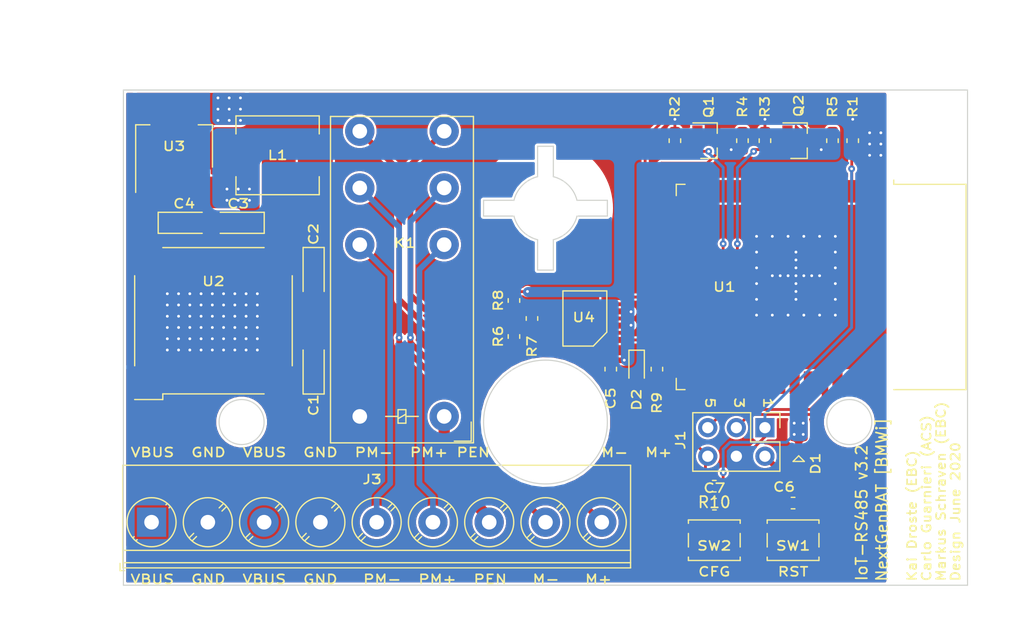
<source format=kicad_pcb>
(kicad_pcb (version 20171130) (host pcbnew "(5.1.5)-3")
  (title_block (title "IoT WA - RS485") (date 2020-04-20) (company "ACS/EBC - RWTH Aachen University"))
  (layers (0 F.Cu signal) (31 B.Cu signal) (34 B.Paste user) (35 F.Paste user) (36 B.SilkS user) (37 F.SilkS user) (38 B.Mask user) (39 F.Mask user) (44 Edge.Cuts user))
  (net 0 "")
  (net 1 +5V)
  (net 2 GND)
  (net 3 VBUS)
  (net 4 +3V3)
  (net 5 "Net-(U1-Pad5)")
  (net 6 "Net-(U1-Pad6)")
  (net 7 "Net-(U1-Pad7)")
  (net 8 "Net-(U1-Pad8)")
  (net 9 "Net-(U1-Pad9)")
  (net 10 "Net-(U1-Pad11)")
  (net 11 "Net-(U1-Pad12)")
  (net 12 "Net-(U1-Pad17)")
  (net 13 "Net-(U1-Pad18)")
  (net 14 "Net-(U1-Pad19)")
  (net 15 "Net-(U1-Pad21)")
  (net 16 "Net-(U1-Pad22)")
  (net 17 "Net-(U1-Pad26)")
  (net 18 "Net-(U1-Pad29)")
  (net 19 "Net-(U1-Pad30)")
  (net 20 "Net-(U1-Pad31)")
  (net 21 "Net-(U1-Pad20)")
  (net 22 "Net-(U1-Pad32)")
  (net 23 /ESP_IO0)
  (net 24 /ESP_RXD)
  (net 25 /ESP_TXD)
  (net 26 /ESP_EN)
  (net 27 /ESP_TDI)
  (net 28 /ESP_TDO)
  (net 29 /ESP_TCK)
  (net 30 /ESP_TMS)
  (net 31 /M+)
  (net 32 /M-)
  (net 33 /PLC_M+)
  (net 34 /ESP_M+)
  (net 35 /PLC_M-)
  (net 36 /ESP_M-)
  (net 37 "Net-(Q1-Pad3)")
  (net 38 "Net-(Q2-Pad3)")
  (net 39 "Net-(U1-Pad37)")
  (net 40 "Net-(U1-Pad36)")
  (net 41 "Net-(U1-Pad33)")
  (net 42 "Net-(U1-Pad10)")
  (net 43 "Net-(U1-Pad4)")
  (net 44 /ESP_RXD2)
  (net 45 /ESP_TXD2)
  (net 46 "Net-(C2-Pad1)")
  (net 47 VCOM)
  (net 48 "Net-(D2-Pad2)")
  (net 49 /ESP_DBG)
  (net 50 /~PLC_EN)
  (module Resistor_SMD:R_0603_1608Metric (layer F.Cu) (at 168.6 109.1 180)
    (fp_text reference R10 (at 0 -1.43) (layer F.SilkS))
    (fp_text value 10k)
    (pad 2 smd roundrect (at 0.7875 0 180) (size 0.875 0.95) (layers F.Cu F.Paste F.Mask) (net 23 /ESP_IO0))
    (pad 1 smd roundrect (at -0.7875 0 180) (size 0.875 0.95) (layers F.Cu F.Paste F.Mask) (net 4 +3V3))
  )
  (module iot_rs485:Relay_DPDT_RT424024 (layer F.Cu) (at 144.6 102.9 90)
    (fp_text reference K1 (at 15.4 -3.5 180) (layer F.SilkS) (effects (font (size 0.8 1))))
    (fp_text value RT424024)
    (pad 12 thru_hole circle (at 15.26 -7.5 180) (size 2.6 2.6) (drill 1.3) (layers *.Cu *.Mask) (net 35 /PLC_M-))
    (pad 11 thru_hole circle (at 20.3 -7.5 180) (size 2.6 2.6) (drill 1.3) (layers *.Cu *.Mask) (net 32 /M-))
    (pad 14 thru_hole circle (at 25.34 -7.5 180) (size 2.6 2.6) (drill 1.3) (layers *.Cu *.Mask) (net 36 /ESP_M-))
    (pad A2 thru_hole circle (at 0 0 180) (size 2.6 2.6) (drill 1.3) (layers *.Cu *.Mask) (net 50 /~PLC_EN))
    (pad A1 thru_hole circle (at 0 -7.5 180) (size 2.6 2.6) (drill 1.3) (layers *.Cu *.Mask) (net 2 GND))
    (pad 22 thru_hole circle (at 15.26 0 180) (size 2.6 2.6) (drill 1.3) (layers *.Cu *.Mask) (net 33 /PLC_M+))
    (pad 24 thru_hole circle (at 25.34 0 180) (size 2.6 2.6) (drill 1.3) (layers *.Cu *.Mask) (net 34 /ESP_M+))
    (pad 21 thru_hole circle (at 20.3 0 180) (size 2.6 2.6) (drill 1.3) (layers *.Cu *.Mask) (net 31 /M+))
  )
  (module iot_rs485:ESP32-WROOM-32D (layer F.Cu) (at 175.1 91.4 270)
    (fp_text reference U1 (at 0 5.6) (layer F.SilkS) (effects (font (size 0.8 1))))
    (fp_text value ESP32-WROOM-32D)
    (pad 38 smd rect (at 8.5 -8.255 270) (size 2 0.9) (layers F.Cu F.Paste F.Mask) (net 2 GND))
    (pad 37 smd rect (at 8.5 -6.985 270) (size 2 0.9) (layers F.Cu F.Paste F.Mask) (net 39 "Net-(U1-Pad37)"))
    (pad 36 smd rect (at 8.5 -5.715 270) (size 2 0.9) (layers F.Cu F.Paste F.Mask) (net 40 "Net-(U1-Pad36)"))
    (pad 35 smd rect (at 8.5 -4.445 270) (size 2 0.9) (layers F.Cu F.Paste F.Mask) (net 25 /ESP_TXD))
    (pad 34 smd rect (at 8.5 -3.175 270) (size 2 0.9) (layers F.Cu F.Paste F.Mask) (net 24 /ESP_RXD))
    (pad 33 smd rect (at 8.5 -1.905 270) (size 2 0.9) (layers F.Cu F.Paste F.Mask) (net 41 "Net-(U1-Pad33)"))
    (pad 32 smd rect (at 8.5 -0.635 270) (size 2 0.9) (layers F.Cu F.Paste F.Mask) (net 22 "Net-(U1-Pad32)"))
    (pad 31 smd rect (at 8.5 0.635 270) (size 2 0.9) (layers F.Cu F.Paste F.Mask) (net 20 "Net-(U1-Pad31)"))
    (pad 30 smd rect (at 8.5 1.905 270) (size 2 0.9) (layers F.Cu F.Paste F.Mask) (net 19 "Net-(U1-Pad30)"))
    (pad 29 smd rect (at 8.5 3.175 270) (size 2 0.9) (layers F.Cu F.Paste F.Mask) (net 18 "Net-(U1-Pad29)"))
    (pad 28 smd rect (at 8.5 4.445 270) (size 2 0.9) (layers F.Cu F.Paste F.Mask) (net 45 /ESP_TXD2))
    (pad 27 smd rect (at 8.5 5.715 270) (size 2 0.9) (layers F.Cu F.Paste F.Mask) (net 44 /ESP_RXD2))
    (pad 26 smd rect (at 8.5 6.985 270) (size 2 0.9) (layers F.Cu F.Paste F.Mask) (net 17 "Net-(U1-Pad26)"))
    (pad 25 smd rect (at 8.5 8.255 270) (size 2 0.9) (layers F.Cu F.Paste F.Mask) (net 23 /ESP_IO0))
    (pad 24 smd rect (at 5.715 9.255) (size 2 0.9) (layers F.Cu F.Paste F.Mask) (net 49 /ESP_DBG))
    (pad 23 smd rect (at 4.445 9.255) (size 2 0.9) (layers F.Cu F.Paste F.Mask) (net 28 /ESP_TDO))
    (pad 22 smd rect (at 3.175 9.255) (size 2 0.9) (layers F.Cu F.Paste F.Mask) (net 16 "Net-(U1-Pad22)"))
    (pad 21 smd rect (at 1.905 9.255) (size 2 0.9) (layers F.Cu F.Paste F.Mask) (net 15 "Net-(U1-Pad21)"))
    (pad 20 smd rect (at 0.635 9.255) (size 2 0.9) (layers F.Cu F.Paste F.Mask) (net 21 "Net-(U1-Pad20)"))
    (pad 19 smd rect (at -0.635 9.255) (size 2 0.9) (layers F.Cu F.Paste F.Mask) (net 14 "Net-(U1-Pad19)"))
    (pad 18 smd rect (at -1.905 9.255) (size 2 0.9) (layers F.Cu F.Paste F.Mask) (net 13 "Net-(U1-Pad18)"))
    (pad 17 smd rect (at -3.175 9.255) (size 2 0.9) (layers F.Cu F.Paste F.Mask) (net 12 "Net-(U1-Pad17)"))
    (pad 16 smd rect (at -4.445 9.255) (size 2 0.9) (layers F.Cu F.Paste F.Mask) (net 29 /ESP_TCK))
    (pad 15 smd rect (at -5.715 9.255) (size 2 0.9) (layers F.Cu F.Paste F.Mask) (net 2 GND))
    (pad 14 smd rect (at -8.5 8.255 270) (size 2 0.9) (layers F.Cu F.Paste F.Mask) (net 27 /ESP_TDI))
    (pad 13 smd rect (at -8.5 6.985 270) (size 2 0.9) (layers F.Cu F.Paste F.Mask) (net 30 /ESP_TMS))
    (pad 12 smd rect (at -8.5 5.715 270) (size 2 0.9) (layers F.Cu F.Paste F.Mask) (net 11 "Net-(U1-Pad12)"))
    (pad 11 smd rect (at -8.5 4.445 270) (size 2 0.9) (layers F.Cu F.Paste F.Mask) (net 10 "Net-(U1-Pad11)"))
    (pad 10 smd rect (at -8.5 3.175 270) (size 2 0.9) (layers F.Cu F.Paste F.Mask) (net 42 "Net-(U1-Pad10)"))
    (pad 9 smd rect (at -8.5 1.905 270) (size 2 0.9) (layers F.Cu F.Paste F.Mask) (net 9 "Net-(U1-Pad9)"))
    (pad 8 smd rect (at -8.5 0.635 270) (size 2 0.9) (layers F.Cu F.Paste F.Mask) (net 8 "Net-(U1-Pad8)"))
    (pad 7 smd rect (at -8.5 -0.635 270) (size 2 0.9) (layers F.Cu F.Paste F.Mask) (net 7 "Net-(U1-Pad7)"))
    (pad 6 smd rect (at -8.5 -1.905 270) (size 2 0.9) (layers F.Cu F.Paste F.Mask) (net 6 "Net-(U1-Pad6)"))
    (pad 5 smd rect (at -8.5 -3.175 270) (size 2 0.9) (layers F.Cu F.Paste F.Mask) (net 5 "Net-(U1-Pad5)"))
    (pad 4 smd rect (at -8.5 -4.445 270) (size 2 0.9) (layers F.Cu F.Paste F.Mask) (net 43 "Net-(U1-Pad4)"))
    (pad 3 smd rect (at -8.5 -5.715 270) (size 2 0.9) (layers F.Cu F.Paste F.Mask) (net 26 /ESP_EN))
    (pad 2 smd rect (at -8.5 -6.985 270) (size 2 0.9) (layers F.Cu F.Paste F.Mask) (net 4 +3V3))
    (pad 1 smd rect (at -8.5 -8.255 270) (size 2 0.9) (layers F.Cu F.Paste F.Mask) (net 2 GND))
    (pad 39 smd rect (at -1 -0.755 270) (size 5 5) (layers F.Cu F.Mask) (net 2 GND))
    (pad 39 smd rect (at -2.4 -2.2 270) (size 2 2) (layers F.Cu F.Paste) (net 2 GND))
    (pad 39 smd rect (at -2.4 0.7 270) (size 2 2) (layers F.Cu F.Paste) (net 2 GND))
    (pad 39 smd rect (at 0.4 0.7 270) (size 2 2) (layers F.Cu F.Paste) (net 2 GND))
    (pad 39 smd rect (at 0.4 -2.2 270) (size 2 2) (layers F.Cu F.Paste) (net 2 GND))
  )
  (module Package_TO_SOT_SMD:SOT-223-3_TabPin2 (layer F.Cu) (at 120.6 78.9 90)
    (fp_text reference U3 (at 0 0 180) (layer F.SilkS) (effects (font (size 0.8 1))))
    (fp_text value AZ1117IH-3.3)
    (pad 1 smd rect (at -3.15 -2.3 90) (size 2 1.5) (layers F.Cu F.Paste F.Mask) (net 2 GND))
    (pad 3 smd rect (at -3.15 2.3 90) (size 2 1.5) (layers F.Cu F.Paste F.Mask) (net 1 +5V))
    (pad 2 smd rect (at -3.15 0 90) (size 2 1.5) (layers F.Cu F.Paste F.Mask) (net 4 +3V3))
    (pad 2 smd rect (at 3.15 0 90) (size 2 3.8) (layers F.Cu F.Paste F.Mask) (net 4 +3V3))
  )
  (module Capacitor_Tantalum_SMD:CP_EIA-3216-18_Kemet-A (layer F.Cu) (at 133 90.2 270)
    (fp_text reference C2 (at -3.5 0 90) (layer F.SilkS) (effects (font (size 0.8 1))))
    (fp_text value 22u)
    (pad 2 smd roundrect (at 1.35 0 270) (size 1.4 1.35) (layers F.Cu F.Paste F.Mask) (roundrect_rratio 0.185185) (net 2 GND))
    (pad 1 smd roundrect (at -1.35 0 270) (size 1.4 1.35) (layers F.Cu F.Paste F.Mask) (roundrect_rratio 0.185185) (net 46 "Net-(C2-Pad1)"))
  )
  (module Resistor_SMD:R_0603_1608Metric (layer F.Cu) (at 150.8 92.6 270)
    (fp_text reference R8 (at 0 1.4 90) (layer F.SilkS) (effects (font (size 0.8 1))))
    (fp_text value 220)
    (pad 2 smd roundrect (at 0.7875 0 270) (size 0.875 0.95) (layers F.Cu F.Paste F.Mask) (net 34 /ESP_M+))
    (pad 1 smd roundrect (at -0.7875 0 270) (size 0.875 0.95) (layers F.Cu F.Paste F.Mask) (net 1 +5V))
  )
  (module Resistor_SMD:R_0603_1608Metric (layer F.Cu) (at 152.4 94.2 270)
    (fp_text reference R7 (at 2.5 0 90) (layer F.SilkS) (effects (font (size 0.8 1))))
    (fp_text value 120)
    (pad 2 smd roundrect (at 0.7875 0 270) (size 0.875 0.95) (layers F.Cu F.Paste F.Mask) (net 36 /ESP_M-))
    (pad 1 smd roundrect (at -0.7875 0 270) (size 0.875 0.95) (layers F.Cu F.Paste F.Mask) (net 34 /ESP_M+))
  )
  (module Resistor_SMD:R_0603_1608Metric (layer F.Cu) (at 150.8 95.8 270)
    (fp_text reference R6 (at 0 1.4 90) (layer F.SilkS) (effects (font (size 0.8 1))))
    (fp_text value 220)
    (pad 2 smd roundrect (at 0.7875 0 270) (size 0.875 0.95) (layers F.Cu F.Paste F.Mask) (net 2 GND))
    (pad 1 smd roundrect (at -0.7875 0 270) (size 0.875 0.95) (layers F.Cu F.Paste F.Mask) (net 36 /ESP_M-))
  )
  (module Resistor_SMD:R_0603_1608Metric (layer F.Cu) (at 179.1 78.4 90)
    (fp_text reference R5 (at 3 0 90) (layer F.SilkS) (effects (font (size 0.8 1))))
    (fp_text value 10k)
    (pad 2 smd roundrect (at 0.7875 0 90) (size 0.875 0.95) (layers F.Cu F.Paste F.Mask) (net 38 "Net-(Q2-Pad3)"))
    (pad 1 smd roundrect (at -0.7875 0 90) (size 0.875 0.95) (layers F.Cu F.Paste F.Mask) (net 1 +5V))
  )
  (module Resistor_SMD:R_0603_1608Metric (layer F.Cu) (at 171.1 78.4 270)
    (fp_text reference R4 (at -3 0 90) (layer F.SilkS) (effects (font (size 0.8 1))))
    (fp_text value 10k)
    (pad 2 smd roundrect (at 0.7875 0 270) (size 0.875 0.95) (layers F.Cu F.Paste F.Mask) (net 1 +5V))
    (pad 1 smd roundrect (at -0.7875 0 270) (size 0.875 0.95) (layers F.Cu F.Paste F.Mask) (net 37 "Net-(Q1-Pad3)"))
  )
  (module Resistor_SMD:R_0603_1608Metric (layer F.Cu) (at 173.1 78.4 270)
    (fp_text reference R3 (at -3 0 90) (layer F.SilkS) (effects (font (size 0.8 1))))
    (fp_text value 10k)
    (pad 2 smd roundrect (at 0.7875 0 270) (size 0.875 0.95) (layers F.Cu F.Paste F.Mask) (net 45 /ESP_TXD2))
    (pad 1 smd roundrect (at -0.7875 0 270) (size 0.875 0.95) (layers F.Cu F.Paste F.Mask) (net 4 +3V3))
  )
  (module Resistor_SMD:R_0603_1608Metric (layer F.Cu) (at 165.1 78.4 270)
    (fp_text reference R2 (at -3 0 90) (layer F.SilkS) (effects (font (size 0.8 1))))
    (fp_text value 10k)
    (pad 2 smd roundrect (at 0.7875 0 270) (size 0.875 0.95) (layers F.Cu F.Paste F.Mask) (net 44 /ESP_RXD2))
    (pad 1 smd roundrect (at -0.7875 0 270) (size 0.875 0.95) (layers F.Cu F.Paste F.Mask) (net 4 +3V3))
  )
  (module Resistor_SMD:R_0603_1608Metric (layer F.Cu) (at 180.9 78.4 270)
    (fp_text reference R1 (at -3 0 90) (layer F.SilkS) (effects (font (size 0.8 1))))
    (fp_text value 10k)
    (pad 2 smd roundrect (at 0.7875 0 270) (size 0.875 0.95) (layers F.Cu F.Paste F.Mask) (net 26 /ESP_EN))
    (pad 1 smd roundrect (at -0.7875 0 270) (size 0.875 0.95) (layers F.Cu F.Paste F.Mask) (net 4 +3V3))
  )
  (module Package_TO_SOT_SMD:SOT-23 (layer F.Cu) (at 176.1 78.4)
    (fp_text reference Q2 (at 0 -3.1 90) (layer F.SilkS) (effects (font (size 0.8 1))))
    (fp_text value 2N7002)
    (pad 3 smd rect (at 1 0) (size 0.9 0.8) (layers F.Cu F.Paste F.Mask) (net 38 "Net-(Q2-Pad3)"))
    (pad 2 smd rect (at -1 0.95) (size 0.9 0.8) (layers F.Cu F.Paste F.Mask) (net 45 /ESP_TXD2))
    (pad 1 smd rect (at -1 -0.95) (size 0.9 0.8) (layers F.Cu F.Paste F.Mask) (net 4 +3V3))
  )
  (module Package_TO_SOT_SMD:SOT-23 (layer F.Cu) (at 168.1 78.4)
    (fp_text reference Q1 (at 0 -3 90) (layer F.SilkS) (effects (font (size 0.8 1))))
    (fp_text value 2N7002)
    (pad 3 smd rect (at 1 0) (size 0.9 0.8) (layers F.Cu F.Paste F.Mask) (net 37 "Net-(Q1-Pad3)"))
    (pad 2 smd rect (at -1 0.95) (size 0.9 0.8) (layers F.Cu F.Paste F.Mask) (net 44 /ESP_RXD2))
    (pad 1 smd rect (at -1 -0.95) (size 0.9 0.8) (layers F.Cu F.Paste F.Mask) (net 4 +3V3))
  )
  (module Connector_PinHeader_2.54mm:PinHeader_2x03_P2.54mm_Vertical (layer F.Cu) (at 173.1 103.9 270)
    (fp_text reference J1 (at 1.1 7.5 270) (layer F.SilkS) (effects (font (size 0.8 1))))
    (fp_text value Conn_02x03)
    (pad 6 thru_hole oval (at 2.54 5.08 270) (size 1.7 1.7) (drill 1) (layers *.Cu *.Mask) (net 23 /ESP_IO0))
    (pad 5 thru_hole oval (at 0 5.08 270) (size 1.7 1.7) (drill 1) (layers *.Cu *.Mask) (net 24 /ESP_RXD))
    (pad 4 thru_hole oval (at 2.54 2.54 270) (size 1.7 1.7) (drill 1) (layers *.Cu *.Mask) (net 2 GND))
    (pad 3 thru_hole oval (at 0 2.54 270) (size 1.7 1.7) (drill 1) (layers *.Cu *.Mask) (net 25 /ESP_TXD))
    (pad 2 thru_hole oval (at 2.54 0 270) (size 1.7 1.7) (drill 1) (layers *.Cu *.Mask) (net 47 VCOM))
    (pad 1 thru_hole rect (at 0 0 270) (size 1.7 1.7) (drill 1) (layers *.Cu *.Mask) (net 26 /ESP_EN))
  )
  (module Capacitor_SMD:C_0603_1608Metric (layer F.Cu) (at 159.4 98.7 270)
    (fp_text reference C5 (at 2.6 0 90) (layer F.SilkS) (effects (font (size 0.8 1))))
    (fp_text value 100n)
    (pad 2 smd roundrect (at 0.7875 0 270) (size 0.875 0.95) (layers F.Cu F.Paste F.Mask) (net 2 GND))
    (pad 1 smd roundrect (at -0.7875 0 270) (size 0.875 0.95) (layers F.Cu F.Paste F.Mask) (net 1 +5V))
  )
  (module Capacitor_Tantalum_SMD:CP_EIA-3216-18_Kemet-A (layer F.Cu) (at 121.5 85.7)
    (fp_text reference C4 (at 0 -1.7) (layer F.SilkS) (effects (font (size 0.8 1))))
    (fp_text value 10u)
    (pad 2 smd roundrect (at 1.35 0) (size 1.4 1.35) (layers F.Cu F.Paste F.Mask) (roundrect_rratio 0.185185) (net 2 GND))
    (pad 1 smd roundrect (at -1.35 0) (size 1.4 1.35) (layers F.Cu F.Paste F.Mask) (roundrect_rratio 0.185185) (net 4 +3V3))
  )
  (module Capacitor_Tantalum_SMD:CP_EIA-3216-18_Kemet-A (layer F.Cu) (at 126.3 85.7 180)
    (fp_text reference C3 (at 0 1.7) (layer F.SilkS) (effects (font (size 0.8 1))))
    (fp_text value 22u)
    (pad 2 smd roundrect (at 1.35 0 180) (size 1.4 1.35) (layers F.Cu F.Paste F.Mask) (roundrect_rratio 0.185185) (net 2 GND))
    (pad 1 smd roundrect (at -1.35 0 180) (size 1.4 1.35) (layers F.Cu F.Paste F.Mask) (roundrect_rratio 0.185185) (net 1 +5V))
  )
  (module Capacitor_Tantalum_SMD:CP_EIA-3216-18_Kemet-A (layer F.Cu) (at 133 98.6 90)
    (fp_text reference C1 (at -3.3 0 90) (layer F.SilkS) (effects (font (size 0.8 1))))
    (fp_text value 10u)
    (pad 2 smd roundrect (at 1.35 0 90) (size 1.4 1.35) (layers F.Cu F.Paste F.Mask) (roundrect_rratio 0.185185) (net 2 GND))
    (pad 1 smd roundrect (at -1.35 0 90) (size 1.4 1.35) (layers F.Cu F.Paste F.Mask) (roundrect_rratio 0.185185) (net 3 VBUS))
  )
  (module Capacitor_SMD:C_0603_1608Metric (layer F.Cu) (at 175.6 110.6)
    (fp_text reference C6 (at -0.8 -1.43) (layer F.SilkS) (effects (font (size 0.8 1))))
    (fp_text value 100n)
    (pad 1 smd roundrect (at -0.7875 0) (size 0.875 0.95) (layers F.Cu F.Paste F.Mask) (net 26 /ESP_EN))
    (pad 2 smd roundrect (at 0.7875 0) (size 0.875 0.95) (layers F.Cu F.Paste F.Mask) (net 2 GND))
  )
  (module LED_SMD:LED_0603_1608Metric_Castellated (layer F.Cu) (at 161.7 98.7 270)
    (fp_text reference D2 (at 2.7125 0 90) (layer F.SilkS) (effects (font (size 0.8 1))))
    (fp_text value 150060RS75000)
    (pad 1 smd roundrect (at -0.8125 0 270) (size 1.225 0.85) (layers F.Cu F.Paste F.Mask) (net 2 GND))
    (pad 2 smd roundrect (at 0.8125 0 270) (size 1.225 0.85) (layers F.Cu F.Paste F.Mask) (net 48 "Net-(D2-Pad2)"))
  )
  (module Resistor_SMD:R_0603_1608Metric (layer F.Cu) (at 163.5 98.7 270)
    (fp_text reference R9 (at 3 0 90) (layer F.SilkS) (effects (font (size 0.8 1))))
    (fp_text value 270)
    (pad 1 smd roundrect (at -0.7875 0 270) (size 0.875 0.95) (layers F.Cu F.Paste F.Mask) (net 49 /ESP_DBG))
    (pad 2 smd roundrect (at 0.7875 0 270) (size 0.875 0.95) (layers F.Cu F.Paste F.Mask) (net 48 "Net-(D2-Pad2)"))
  )
  (module Capacitor_SMD:C_0603_1608Metric (layer F.Cu) (at 168.6125 110.7)
    (fp_text reference C7 (at 0 -1.43) (layer F.SilkS) (effects (font (size 0.8 1))))
    (fp_text value 100n)
    (pad 1 smd roundrect (at -0.7875 0) (size 0.875 0.95) (layers F.Cu F.Paste F.Mask) (net 23 /ESP_IO0))
    (pad 2 smd roundrect (at 0.7875 0) (size 0.875 0.95) (layers F.Cu F.Paste F.Mask) (net 2 GND))
  )
  (module iot_rs485:BAT60A (layer F.Cu) (at 176.1 107.1 270)
    (fp_text reference D1 (at 0 -1.5 90) (layer F.SilkS) (effects (font (size 0.8 1))))
    (fp_text value BAT60A)
    (pad 1 smd rect (at -1.25 0 270) (size 0.8 0.6) (layers F.Cu F.Paste F.Mask) (net 4 +3V3))
    (pad 2 smd rect (at 1.25 0 270) (size 0.8 0.6) (layers F.Cu F.Paste F.Mask) (net 47 VCOM))
  )
  (module iot_rs485:TerminalBlock_CUI (layer F.Cu) (at 118.6 112.3)
    (fp_text reference J3 (at 19.6 -3.8) (layer F.SilkS) (effects (font (size 0.8 1))))
    (fp_text value Conn_01x09)
    (pad 1 thru_hole rect (at 0 0) (size 2.6 2.6) (drill 1.3) (layers *.Cu *.Mask) (net 3 VBUS))
    (pad 2 thru_hole circle (at 5 0) (size 2.6 2.6) (drill 1.3) (layers *.Cu *.Mask) (net 2 GND))
    (pad 3 thru_hole circle (at 10 0) (size 2.6 2.6) (drill 1.3) (layers *.Cu *.Mask) (net 3 VBUS))
    (pad 4 thru_hole circle (at 15 0) (size 2.6 2.6) (drill 1.3) (layers *.Cu *.Mask) (net 2 GND))
    (pad 5 thru_hole circle (at 20 0) (size 2.6 2.6) (drill 1.3) (layers *.Cu *.Mask) (net 35 /PLC_M-))
    (pad 6 thru_hole circle (at 25 0) (size 2.6 2.6) (drill 1.3) (layers *.Cu *.Mask) (net 33 /PLC_M+))
    (pad 7 thru_hole circle (at 30 0) (size 2.6 2.6) (drill 1.3) (layers *.Cu *.Mask) (net 50 /~PLC_EN))
    (pad 8 thru_hole circle (at 35 0) (size 2.6 2.6) (drill 1.3) (layers *.Cu *.Mask) (net 32 /M-))
    (pad 9 thru_hole circle (at 40 0) (size 2.6 2.6) (drill 1.3) (layers *.Cu *.Mask) (net 31 /M+))
  )
  (module iot_rs485:HM72L-0630 (layer F.Cu) (at 129.8 79.7 180)
    (fp_text reference L1 (at 0 0) (layer F.SilkS) (effects (font (size 0.8 1))))
    (fp_text value 22u)
    (pad 1 smd rect (at -3.35 0 180) (size 3 3.5) (layers F.Cu F.Paste F.Mask) (net 46 "Net-(C2-Pad1)"))
    (pad 2 smd rect (at 3.35 0 180) (size 3 3.5) (layers F.Cu F.Paste F.Mask) (net 1 +5V))
  )
  (module iot_rs485:PTS815 (layer F.Cu) (at 175.6 113.9)
    (fp_text reference SW1 (at 0 0.5) (layer F.SilkS) (effects (font (size 0.8 1))))
    (fp_text value PTS815)
    (pad 2 smd rect (at -2.25 1.075) (size 1 0.7) (layers F.Cu F.Paste F.Mask) (net 2 GND))
    (pad 2 smd rect (at 2.25 1.075) (size 1 0.7) (layers F.Cu F.Paste F.Mask) (net 2 GND))
    (pad 1 smd rect (at 2.25 -1.075) (size 1 0.7) (layers F.Cu F.Paste F.Mask) (net 26 /ESP_EN))
    (pad 1 smd rect (at -2.25 -1.075) (size 1 0.7) (layers F.Cu F.Paste F.Mask) (net 26 /ESP_EN))
  )
  (module iot_rs485:PTS815 (layer F.Cu) (at 168.6 113.9)
    (fp_text reference SW2 (at 0 0.5) (layer F.SilkS) (effects (font (size 0.8 1))))
    (fp_text value PTS815)
    (pad 1 smd rect (at -2.25 -1.075) (size 1 0.7) (layers F.Cu F.Paste F.Mask) (net 23 /ESP_IO0))
    (pad 1 smd rect (at 2.25 -1.075) (size 1 0.7) (layers F.Cu F.Paste F.Mask) (net 23 /ESP_IO0))
    (pad 2 smd rect (at 2.25 1.075) (size 1 0.7) (layers F.Cu F.Paste F.Mask) (net 2 GND))
    (pad 2 smd rect (at -2.25 1.075) (size 1 0.7) (layers F.Cu F.Paste F.Mask) (net 2 GND))
  )
  (module iot_rs485:VXO78-500-M (layer F.Cu) (at 124.1 94.4 90)
    (fp_text reference U2 (at 3.5 0) (layer F.SilkS) (effects (font (size 0.8 1))))
    (fp_text value VXO7805-500-M)
    (pad 1 smd rect (at -5.5 -6 90) (size 2.5 2.5) (layers F.Cu F.Paste F.Mask) (net 3 VBUS))
    (pad 4 smd rect (at -5.5 6 90) (size 2.5 2.5) (layers F.Cu F.Paste F.Mask) (net 3 VBUS))
    (pad 3 smd rect (at 5.5 6 90) (size 2.5 2.5) (layers F.Cu F.Paste F.Mask) (net 46 "Net-(C2-Pad1)"))
    (pad 2 smd rect (at 5.5 -6 90) (size 2.5 2.5) (layers F.Cu F.Paste F.Mask) (net 2 GND))
  )
  (module iot_rs485:MAX13487 (layer F.Cu) (at 157.1 94.2 180)
    (fp_text reference U4 (at 0.1 0.1) (layer F.SilkS) (effects (font (size 0.8 1))))
    (fp_text value MAX13487)
    (pad 8 smd rect (at 2.465 -1.905 180) (size 1.98 0.53) (layers F.Cu F.Paste F.Mask) (net 1 +5V))
    (pad 1 smd rect (at -2.465 -1.905 180) (size 1.98 0.53) (layers F.Cu F.Paste F.Mask) (net 37 "Net-(Q1-Pad3)"))
    (pad 7 smd rect (at 2.465 -0.635 180) (size 1.98 0.53) (layers F.Cu F.Paste F.Mask) (net 36 /ESP_M-))
    (pad 2 smd rect (at -2.465 -0.635 180) (size 1.98 0.53) (layers F.Cu F.Paste F.Mask) (net 1 +5V))
    (pad 6 smd rect (at 2.465 0.635 180) (size 1.98 0.53) (layers F.Cu F.Paste F.Mask) (net 34 /ESP_M+))
    (pad 3 smd rect (at -2.465 0.635 180) (size 1.98 0.53) (layers F.Cu F.Paste F.Mask) (net 1 +5V))
    (pad 5 smd rect (at 2.465 1.905 180) (size 1.98 0.53) (layers F.Cu F.Paste F.Mask) (net 2 GND))
    (pad 4 smd rect (at -2.465 1.905 180) (size 1.98 0.53) (layers F.Cu F.Paste F.Mask) (net 38 "Net-(Q2-Pad3)"))
  )
  (gr_text "VBUS  GND  VBUS  GND  PM-  PM+ PEN             M-  M+" (at 140.8 106.1) (layer F.SilkS) (effects (font (size 0.8 1))))
  (gr_text "NextGenBAT [BMWi]" (at 183.5 110.3 90) (layer F.SilkS) (effects (font (size 1 1))))
  (gr_text "Kai Droste (EBC)\nCarlo Guarnieri (ACS)\nMarkus Schraven (EBC)\nDesign June 2020" (at 188.1 117.636905 90) (layer F.SilkS) (effects (font (size 0.8 0.9)) (justify left)))
  (gr_text "1\n\n3\n\n5" (at 170.8 101.7 270) (layer F.SilkS) (effects (font (size 0.8 1))))
  (gr_text "VBUS  GND  VBUS  GND   PM-  PM+  PEN   M-   M+" (at 138.12 117.37) (layer F.SilkS) (effects (font (size 0.8 1))))
  (gr_text "IoT-RS485 v3.2" (at 181.7 111.466667 90) (layer F.SilkS) (effects (font (size 1 1))))
  (gr_text CFG (at 168.6 116.7) (layer F.SilkS) (effects (font (size 0.8 1))))
  (gr_text RST (at 175.6 116.7) (layer F.SilkS) (effects (font (size 0.8 1))))
  (gr_arc (start 153.6 84.4) (end 154.299999 87.199999) (angle -61.92751306) (layer Edge.Cuts) (width 0.1))
  (gr_arc (start 153.6 84.4) (end 150.800001 85.099999) (angle -61.92751306) (layer Edge.Cuts) (width 0.1))
  (gr_arc (start 153.6 84.4) (end 152.900001 81.600001) (angle -61.92751306) (layer Edge.Cuts) (width 0.1))
  (gr_arc (start 153.6 84.4) (end 156.399999 83.700001) (angle -61.92751306) (layer Edge.Cuts) (width 0.1))
  (gr_line (start 154.3 89.9) (end 154.3 87.2) (layer Edge.Cuts) (width 0.1))
  (gr_line (start 152.9 89.9) (end 154.3 89.9) (layer Edge.Cuts) (width 0.1))
  (gr_line (start 152.9 87.2) (end 152.9 89.9) (layer Edge.Cuts) (width 0.1))
  (gr_line (start 148.1 85.1) (end 150.8 85.1) (layer Edge.Cuts) (width 0.1))
  (gr_line (start 148.1 83.7) (end 148.1 85.1) (layer Edge.Cuts) (width 0.1))
  (gr_line (start 148.1 83.7) (end 150.8 83.7) (layer Edge.Cuts) (width 0.1))
  (gr_line (start 159.1 85.1) (end 156.4 85.1) (layer Edge.Cuts) (width 0.1))
  (gr_line (start 159.1 83.7) (end 159.1 85.1) (layer Edge.Cuts) (width 0.1))
  (gr_line (start 156.4 83.7) (end 159.1 83.7) (layer Edge.Cuts) (width 0.1))
  (gr_line (start 152.9 78.9) (end 152.9 81.6) (layer Edge.Cuts) (width 0.1))
  (gr_line (start 154.3 78.9) (end 154.3 81.6) (layer Edge.Cuts) (width 0.1))
  (gr_line (start 152.9 78.9) (end 154.3 78.9) (layer Edge.Cuts) (width 0.1))
  (gr_circle (center 153.6 103.4) (end 159.1 103.4) (layer Edge.Cuts) (width 0.1))
  (gr_circle (center 126.6 103.4) (end 128.6 103.4) (layer Edge.Cuts) (width 0.1))
  (gr_circle (center 180.6 103.4) (end 182.6 103.4) (layer Edge.Cuts) (width 0.1))
  (gr_line (start 116.1 117.9) (end 116.1 73.9) (layer Edge.Cuts) (width 0.1))
  (gr_line (start 191.1 117.9) (end 116.1 117.9) (layer Edge.Cuts) (width 0.1))
  (gr_line (start 191.1 73.9) (end 191.1 117.9) (layer Edge.Cuts) (width 0.1))
  (gr_line (start 116.1 73.9) (end 191.1 73.9) (layer Edge.Cuts) (width 0.1))
  (segment (start 171.1 79.1875) (end 171.1 79.2) (width 0.25) (layer F.Cu) (net 1))
  (segment (start 179.1 79.1875) (end 179.1 79.2) (width 0.25) (layer F.Cu) (net 1))
  (via (at 125.3 82.7) (size 0.6) (drill 0.25) (layers F.Cu B.Cu) (net 1))
  (via (at 125.3 83.7) (size 0.6) (drill 0.25) (layers F.Cu B.Cu) (net 1))
  (via (at 126.3 83.7) (size 0.6) (drill 0.25) (layers F.Cu B.Cu) (net 1))
  (via (at 126.3 82.7) (size 0.6) (drill 0.25) (layers F.Cu B.Cu) (net 1))
  (via (at 127.3 82.7) (size 0.6) (drill 0.25) (layers F.Cu B.Cu) (net 1))
  (via (at 127.3 83.7) (size 0.6) (drill 0.25) (layers F.Cu B.Cu) (net 1))
  (segment (start 171.1 79.2) (end 171.1 79.2) (width 0.25) (layer F.Cu) (net 1))
  (via (at 170.1 79.2) (size 0.6) (drill 0.25) (layers F.Cu B.Cu) (net 1))
  (via (at 178.1 79.2) (size 0.6) (drill 0.25) (layers F.Cu B.Cu) (net 1))
  (segment (start 178.1125 79.1875) (end 178.1 79.2) (width 0.25) (layer F.Cu) (net 1))
  (segment (start 171.0875 79.2) (end 171.1 79.1875) (width 0.25) (layer F.Cu) (net 1))
  (segment (start 170.1 79.2) (end 171.0875 79.2) (width 0.25) (layer F.Cu) (net 1))
  (segment (start 179.0875 79.2) (end 179.1 79.1875) (width 0.25) (layer F.Cu) (net 1))
  (segment (start 178.1 79.2) (end 179.0875 79.2) (width 0.25) (layer F.Cu) (net 1))
  (segment (start 154.635 96.105) (end 156.125 96.105) (width 0.5) (layer F.Cu) (net 1))
  (segment (start 157.9325 97.9125) (end 159.4 97.9125) (width 0.5) (layer F.Cu) (net 1))
  (segment (start 156.125 96.105) (end 157.9325 97.9125) (width 0.5) (layer F.Cu) (net 1))
  (via (at 160.6 97.9) (size 0.6) (drill 0.25) (layers F.Cu B.Cu) (net 1))
  (segment (start 159.4 97.9125) (end 160.5875 97.9125) (width 0.5) (layer F.Cu) (net 1))
  (segment (start 160.5875 97.9125) (end 160.6 97.9) (width 0.5) (layer F.Cu) (net 1))
  (via (at 161.2 93.6) (size 0.6) (drill 0.25) (layers F.Cu B.Cu) (net 1))
  (segment (start 159.565 93.565) (end 161.165 93.565) (width 0.25) (layer F.Cu) (net 1))
  (segment (start 161.165 93.565) (end 161.2 93.6) (width 0.25) (layer F.Cu) (net 1))
  (via (at 161.2 94.8) (size 0.6) (drill 0.25) (layers F.Cu B.Cu) (net 1))
  (segment (start 159.565 94.835) (end 161.165 94.835) (width 0.25) (layer F.Cu) (net 1))
  (segment (start 161.165 94.835) (end 161.2 94.8) (width 0.25) (layer F.Cu) (net 1))
  (via (at 152 91.8) (size 0.6) (drill 0.25) (layers F.Cu B.Cu) (net 1))
  (segment (start 150.8 91.8125) (end 151.9875 91.8125) (width 0.25) (layer F.Cu) (net 1))
  (segment (start 151.9875 91.8125) (end 152 91.8) (width 0.25) (layer F.Cu) (net 1))
  (via (at 173.755 93.9) (size 0.6) (drill 0.25) (layers F.Cu B.Cu) (net 2))
  (via (at 175.155 93.9) (size 0.6) (drill 0.25) (layers F.Cu B.Cu) (net 2))
  (via (at 176.555 93.9) (size 0.6) (drill 0.25) (layers F.Cu B.Cu) (net 2))
  (via (at 177.955 93.9) (size 0.6) (drill 0.25) (layers F.Cu B.Cu) (net 2))
  (via (at 179.355 93.9) (size 0.6) (drill 0.25) (layers F.Cu B.Cu) (net 2))
  (via (at 179.355 92.5) (size 0.6) (drill 0.25) (layers F.Cu B.Cu) (net 2))
  (via (at 179.355 91.1) (size 0.6) (drill 0.25) (layers F.Cu B.Cu) (net 2))
  (via (at 179.355 89.7) (size 0.6) (drill 0.25) (layers F.Cu B.Cu) (net 2))
  (via (at 179.355 88.3) (size 0.6) (drill 0.25) (layers F.Cu B.Cu) (net 2))
  (via (at 179.355 86.9) (size 0.6) (drill 0.25) (layers F.Cu B.Cu) (net 2))
  (via (at 177.955 86.9) (size 0.6) (drill 0.25) (layers F.Cu B.Cu) (net 2))
  (via (at 176.555 86.9) (size 0.6) (drill 0.25) (layers F.Cu B.Cu) (net 2))
  (via (at 175.155 86.9) (size 0.6) (drill 0.25) (layers F.Cu B.Cu) (net 2))
  (via (at 173.755 86.9) (size 0.6) (drill 0.25) (layers F.Cu B.Cu) (net 2))
  (via (at 172.355 86.9) (size 0.6) (drill 0.25) (layers F.Cu B.Cu) (net 2))
  (via (at 172.355 88.3) (size 0.6) (drill 0.25) (layers F.Cu B.Cu) (net 2))
  (via (at 172.355 89.7) (size 0.6) (drill 0.25) (layers F.Cu B.Cu) (net 2))
  (via (at 172.355 91.1) (size 0.6) (drill 0.25) (layers F.Cu B.Cu) (net 2))
  (via (at 172.355 92.5) (size 0.6) (drill 0.25) (layers F.Cu B.Cu) (net 2))
  (via (at 172.355 93.9) (size 0.6) (drill 0.25) (layers F.Cu B.Cu) (net 2))
  (via (at 175.855 90.4) (size 0.6) (drill 0.25) (layers F.Cu B.Cu) (net 2))
  (via (at 175.855 91.1) (size 0.6) (drill 0.25) (layers F.Cu B.Cu) (net 2))
  (via (at 175.855 91.8) (size 0.6) (drill 0.25) (layers F.Cu B.Cu) (net 2))
  (via (at 175.855 92.5) (size 0.6) (drill 0.25) (layers F.Cu B.Cu) (net 2))
  (via (at 175.855 89.7) (size 0.6) (drill 0.25) (layers F.Cu B.Cu) (net 2))
  (via (at 175.855 89) (size 0.6) (drill 0.25) (layers F.Cu B.Cu) (net 2))
  (via (at 175.855 88.3) (size 0.6) (drill 0.25) (layers F.Cu B.Cu) (net 2))
  (via (at 176.555 90.4) (size 0.6) (drill 0.25) (layers F.Cu B.Cu) (net 2))
  (via (at 177.255 90.4) (size 0.6) (drill 0.25) (layers F.Cu B.Cu) (net 2))
  (via (at 177.955 90.4) (size 0.6) (drill 0.25) (layers F.Cu B.Cu) (net 2))
  (via (at 175.155 90.4) (size 0.6) (drill 0.25) (layers F.Cu B.Cu) (net 2))
  (via (at 174.455 90.4) (size 0.6) (drill 0.25) (layers F.Cu B.Cu) (net 2))
  (via (at 173.755 90.4) (size 0.6) (drill 0.25) (layers F.Cu B.Cu) (net 2))
  (segment (start 175.855 90.4) (end 172.855 90.4) (width 0.5) (layer F.Cu) (net 2))
  (segment (start 175.855 90.4) (end 175.855 93.855) (width 0.5) (layer F.Cu) (net 2))
  (segment (start 175.855 90.4) (end 178.855 90.4) (width 0.5) (layer F.Cu) (net 2))
  (segment (start 175.855 90.4) (end 175.855 86.845) (width 0.5) (layer F.Cu) (net 2))
  (via (at 120 97) (size 0.6) (drill 0.25) (layers F.Cu B.Cu) (net 2))
  (via (at 121 97) (size 0.6) (drill 0.25) (layers F.Cu B.Cu) (net 2))
  (via (at 122 97) (size 0.6) (drill 0.25) (layers F.Cu B.Cu) (net 2))
  (via (at 123 97) (size 0.6) (drill 0.25) (layers F.Cu B.Cu) (net 2))
  (via (at 124 97) (size 0.6) (drill 0.25) (layers F.Cu B.Cu) (net 2))
  (via (at 125 97) (size 0.6) (drill 0.25) (layers F.Cu B.Cu) (net 2))
  (via (at 126 97) (size 0.6) (drill 0.25) (layers F.Cu B.Cu) (net 2))
  (via (at 127 97) (size 0.6) (drill 0.25) (layers F.Cu B.Cu) (net 2))
  (via (at 128 97) (size 0.6) (drill 0.25) (layers F.Cu B.Cu) (net 2))
  (via (at 120 96) (size 0.6) (drill 0.25) (layers F.Cu B.Cu) (net 2))
  (via (at 121 96) (size 0.6) (drill 0.25) (layers F.Cu B.Cu) (net 2))
  (via (at 122 96) (size 0.6) (drill 0.25) (layers F.Cu B.Cu) (net 2))
  (via (at 123 96) (size 0.6) (drill 0.25) (layers F.Cu B.Cu) (net 2))
  (via (at 124 96) (size 0.6) (drill 0.25) (layers F.Cu B.Cu) (net 2))
  (via (at 125 96) (size 0.6) (drill 0.25) (layers F.Cu B.Cu) (net 2))
  (via (at 126 96) (size 0.6) (drill 0.25) (layers F.Cu B.Cu) (net 2))
  (via (at 127 96) (size 0.6) (drill 0.25) (layers F.Cu B.Cu) (net 2))
  (via (at 128 96) (size 0.6) (drill 0.25) (layers F.Cu B.Cu) (net 2))
  (via (at 120 95) (size 0.6) (drill 0.25) (layers F.Cu B.Cu) (net 2))
  (via (at 121 95) (size 0.6) (drill 0.25) (layers F.Cu B.Cu) (net 2))
  (via (at 122 95) (size 0.6) (drill 0.25) (layers F.Cu B.Cu) (net 2))
  (via (at 123 95) (size 0.6) (drill 0.25) (layers F.Cu B.Cu) (net 2))
  (via (at 124 95) (size 0.6) (drill 0.25) (layers F.Cu B.Cu) (net 2))
  (via (at 125 95) (size 0.6) (drill 0.25) (layers F.Cu B.Cu) (net 2))
  (via (at 126 95) (size 0.6) (drill 0.25) (layers F.Cu B.Cu) (net 2))
  (via (at 127 95) (size 0.6) (drill 0.25) (layers F.Cu B.Cu) (net 2))
  (via (at 128 95) (size 0.6) (drill 0.25) (layers F.Cu B.Cu) (net 2))
  (via (at 120 94) (size 0.6) (drill 0.25) (layers F.Cu B.Cu) (net 2))
  (via (at 121 94) (size 0.6) (drill 0.25) (layers F.Cu B.Cu) (net 2))
  (via (at 122 94) (size 0.6) (drill 0.25) (layers F.Cu B.Cu) (net 2))
  (via (at 123 94) (size 0.6) (drill 0.25) (layers F.Cu B.Cu) (net 2))
  (via (at 124 94) (size 0.6) (drill 0.25) (layers F.Cu B.Cu) (net 2))
  (via (at 125 94) (size 0.6) (drill 0.25) (layers F.Cu B.Cu) (net 2))
  (via (at 126 94) (size 0.6) (drill 0.25) (layers F.Cu B.Cu) (net 2))
  (via (at 127 94) (size 0.6) (drill 0.25) (layers F.Cu B.Cu) (net 2))
  (via (at 128 94) (size 0.6) (drill 0.25) (layers F.Cu B.Cu) (net 2))
  (via (at 120 93) (size 0.6) (drill 0.25) (layers F.Cu B.Cu) (net 2))
  (via (at 121 93) (size 0.6) (drill 0.25) (layers F.Cu B.Cu) (net 2))
  (via (at 122 93) (size 0.6) (drill 0.25) (layers F.Cu B.Cu) (net 2))
  (via (at 123 93) (size 0.6) (drill 0.25) (layers F.Cu B.Cu) (net 2))
  (via (at 124 93) (size 0.6) (drill 0.25) (layers F.Cu B.Cu) (net 2))
  (via (at 125 93) (size 0.6) (drill 0.25) (layers F.Cu B.Cu) (net 2))
  (via (at 126 93) (size 0.6) (drill 0.25) (layers F.Cu B.Cu) (net 2))
  (via (at 127 93) (size 0.6) (drill 0.25) (layers F.Cu B.Cu) (net 2))
  (via (at 128 93) (size 0.6) (drill 0.25) (layers F.Cu B.Cu) (net 2))
  (via (at 120 92) (size 0.6) (drill 0.25) (layers F.Cu B.Cu) (net 2))
  (via (at 121 92) (size 0.6) (drill 0.25) (layers F.Cu B.Cu) (net 2))
  (via (at 122 92) (size 0.6) (drill 0.25) (layers F.Cu B.Cu) (net 2))
  (via (at 123 92) (size 0.6) (drill 0.25) (layers F.Cu B.Cu) (net 2))
  (via (at 124 92) (size 0.6) (drill 0.25) (layers F.Cu B.Cu) (net 2))
  (via (at 125 92) (size 0.6) (drill 0.25) (layers F.Cu B.Cu) (net 2))
  (via (at 126 92) (size 0.6) (drill 0.25) (layers F.Cu B.Cu) (net 2))
  (via (at 127 92) (size 0.6) (drill 0.25) (layers F.Cu B.Cu) (net 2))
  (via (at 128 92) (size 0.6) (drill 0.25) (layers F.Cu B.Cu) (net 2))
  (segment (start 166.9375 77.6125) (end 167.1 77.45) (width 0.25) (layer F.Cu) (net 4))
  (segment (start 165.1 77.6125) (end 166.9375 77.6125) (width 0.25) (layer F.Cu) (net 4))
  (segment (start 174.9375 77.6125) (end 175.1 77.45) (width 0.25) (layer F.Cu) (net 4))
  (segment (start 173.1 77.6125) (end 174.9375 77.6125) (width 0.25) (layer F.Cu) (net 4))
  (via (at 165.1 76.5) (size 0.6) (drill 0.25) (layers F.Cu B.Cu) (net 4))
  (segment (start 165.1 77.6125) (end 165.1 76.5) (width 0.25) (layer F.Cu) (net 4))
  (via (at 173.1 76.5) (size 0.6) (drill 0.25) (layers F.Cu B.Cu) (net 4))
  (segment (start 173.1 77.6125) (end 173.1 76.5) (width 0.25) (layer F.Cu) (net 4))
  (segment (start 180.9 77.6125) (end 180.9 76.5) (width 0.25) (layer F.Cu) (net 4))
  (via (at 180.9 76.5) (size 0.6) (drill 0.25) (layers F.Cu B.Cu) (net 4))
  (via (at 183.4 79.7) (size 0.6) (drill 0.25) (layers F.Cu B.Cu) (net 4))
  (via (at 182.4 79.7) (size 0.6) (drill 0.25) (layers F.Cu B.Cu) (net 4))
  (via (at 182.4 78.7) (size 0.6) (drill 0.25) (layers F.Cu B.Cu) (net 4))
  (via (at 183.4 78.7) (size 0.6) (drill 0.25) (layers F.Cu B.Cu) (net 4))
  (via (at 183.4 77.7) (size 0.6) (drill 0.25) (layers F.Cu B.Cu) (net 4))
  (via (at 182.4 77.7) (size 0.6) (drill 0.25) (layers F.Cu B.Cu) (net 4))
  (via (at 124.5 74.6) (size 0.6) (drill 0.25) (layers F.Cu B.Cu) (net 4))
  (via (at 124.5 75.6) (size 0.6) (drill 0.25) (layers F.Cu B.Cu) (net 4))
  (via (at 124.5 76.6) (size 0.6) (drill 0.25) (layers F.Cu B.Cu) (net 4))
  (via (at 125.5 74.6) (size 0.6) (drill 0.25) (layers F.Cu B.Cu) (net 4))
  (via (at 125.5 75.6) (size 0.6) (drill 0.25) (layers F.Cu B.Cu) (net 4))
  (via (at 125.5 76.6) (size 0.6) (drill 0.25) (layers F.Cu B.Cu) (net 4))
  (via (at 126.5 75.6) (size 0.6) (drill 0.25) (layers F.Cu B.Cu) (net 4))
  (via (at 126.5 74.6) (size 0.6) (drill 0.25) (layers F.Cu B.Cu) (net 4))
  (via (at 126.5 76.6) (size 0.6) (drill 0.25) (layers F.Cu B.Cu) (net 4))
  (via (at 175.7 104.5) (size 0.6) (drill 0.25) (layers F.Cu B.Cu) (net 4))
  (via (at 176.5 104.5) (size 0.6) (drill 0.25) (layers F.Cu B.Cu) (net 4))
  (via (at 175.7 103.5) (size 0.6) (drill 0.25) (layers F.Cu B.Cu) (net 4))
  (via (at 176.5 103.5) (size 0.6) (drill 0.25) (layers F.Cu B.Cu) (net 4))
  (via (at 169.4 107.9) (size 0.6) (drill 0.25) (layers F.Cu B.Cu) (net 4))
  (segment (start 169.3875 109.1) (end 169.3875 107.9125) (width 0.25) (layer F.Cu) (net 4))
  (segment (start 169.3875 107.9125) (end 169.4 107.9) (width 0.25) (layer F.Cu) (net 4))
  (segment (start 169.389999 105.810001) (end 170 105.2) (width 0.25) (layer B.Cu) (net 4))
  (segment (start 169.389999 107.465735) (end 169.389999 105.810001) (width 0.25) (layer B.Cu) (net 4))
  (segment (start 169.4 107.9) (end 169.4 107.475736) (width 0.25) (layer B.Cu) (net 4))
  (segment (start 169.4 107.475736) (end 169.389999 107.465735) (width 0.25) (layer B.Cu) (net 4))
  (segment (start 175 105.2) (end 175.7 104.5) (width 0.25) (layer B.Cu) (net 4))
  (segment (start 170 105.2) (end 175 105.2) (width 0.25) (layer B.Cu) (net 4))
  (segment (start 167.825 109.1125) (end 167.8125 109.1) (width 0.25) (layer F.Cu) (net 23))
  (segment (start 167.825 110.7) (end 167.825 109.1125) (width 0.25) (layer F.Cu) (net 23))
  (segment (start 167.1 112.825) (end 166.35 112.825) (width 0.25) (layer F.Cu) (net 23))
  (segment (start 167.825 112.1) (end 167.1 112.825) (width 0.25) (layer F.Cu) (net 23))
  (segment (start 167.825 110.7) (end 167.825 112.1) (width 0.25) (layer F.Cu) (net 23))
  (segment (start 167.8125 106.6475) (end 168.02 106.44) (width 0.25) (layer F.Cu) (net 23))
  (segment (start 167.8125 109.1) (end 167.8125 106.6475) (width 0.25) (layer F.Cu) (net 23))
  (segment (start 166.845 105.265) (end 168.02 106.44) (width 0.25) (layer F.Cu) (net 23))
  (segment (start 166.845 99.9) (end 166.845 105.265) (width 0.25) (layer F.Cu) (net 23))
  (segment (start 168.02 103.9) (end 169.635011 102.284989) (width 0.25) (layer F.Cu) (net 24))
  (segment (start 178.275 101.15) (end 178.275 99.9) (width 0.25) (layer F.Cu) (net 24))
  (segment (start 177.140011 102.284989) (end 178.275 101.15) (width 0.25) (layer F.Cu) (net 24))
  (segment (start 169.635011 102.284989) (end 177.140011 102.284989) (width 0.25) (layer F.Cu) (net 24))
  (segment (start 171.730001 102.729999) (end 177.570001 102.729999) (width 0.25) (layer F.Cu) (net 25))
  (segment (start 170.56 103.9) (end 171.730001 102.729999) (width 0.25) (layer F.Cu) (net 25))
  (segment (start 179.545 100.755) (end 179.545 99.9) (width 0.25) (layer F.Cu) (net 25))
  (segment (start 177.570001 102.729999) (end 179.545 100.755) (width 0.25) (layer F.Cu) (net 25))
  (segment (start 180.815 79.2725) (end 180.9 79.1875) (width 0.25) (layer F.Cu) (net 26))
  (segment (start 180.815 82.9) (end 180.815 79.2725) (width 0.25) (layer F.Cu) (net 26))
  (via (at 180.8 80.9) (size 0.6) (drill 0.25) (layers F.Cu B.Cu) (net 26))
  (segment (start 173.1 102.7) (end 180.8 95) (width 0.25) (layer B.Cu) (net 26))
  (segment (start 180.8 95) (end 180.8 80.9) (width 0.25) (layer B.Cu) (net 26))
  (segment (start 173.1 102.7) (end 173.1 103.9) (width 0.25) (layer B.Cu) (net 26))
  (segment (start 173.4 110.6) (end 174.8125 110.6) (width 0.25) (layer F.Cu) (net 26))
  (segment (start 173.35 110.55) (end 173.4 110.6) (width 0.25) (layer F.Cu) (net 26))
  (segment (start 173.35 110.55) (end 173.35 112.825) (width 0.25) (layer F.Cu) (net 26))
  (segment (start 173.35 109.675) (end 173.35 110.55) (width 0.25) (layer F.Cu) (net 26))
  (segment (start 171.8 108.125) (end 173.35 109.675) (width 0.25) (layer F.Cu) (net 26))
  (segment (start 173.1 103.9) (end 173.1 104.708398) (width 0.25) (layer F.Cu) (net 26))
  (segment (start 171.8 106.008398) (end 171.8 108.125) (width 0.25) (layer F.Cu) (net 26))
  (segment (start 173.1 104.708398) (end 171.8 106.008398) (width 0.25) (layer F.Cu) (net 26))
  (segment (start 144.6 82.6) (end 141.6 85.6) (width 0.5) (layer B.Cu) (net 31))
  (segment (start 141.6 85.6) (end 141.6 95.9) (width 0.5) (layer B.Cu) (net 31))
  (via (at 141.6 95.9) (size 0.6) (drill 0.25) (layers F.Cu B.Cu) (net 31))
  (segment (start 141.6 95.9) (end 141.6 96.341372) (width 0.5) (layer F.Cu) (net 31))
  (segment (start 147.3 102.041372) (end 147.3 106.6) (width 0.5) (layer F.Cu) (net 31))
  (segment (start 141.6 96.341372) (end 147.3 102.041372) (width 0.5) (layer F.Cu) (net 31))
  (segment (start 147.3 106.6) (end 150.2 109.5) (width 0.5) (layer F.Cu) (net 31))
  (segment (start 155.8 109.5) (end 158.6 112.3) (width 0.5) (layer F.Cu) (net 31))
  (segment (start 150.2 109.5) (end 155.8 109.5) (width 0.5) (layer F.Cu) (net 31))
  (segment (start 140.6 95.9) (end 140.6 86.1) (width 0.5) (layer B.Cu) (net 32))
  (segment (start 140.6 86.1) (end 137.1 82.6) (width 0.5) (layer B.Cu) (net 32))
  (via (at 140.6 95.9) (size 0.6) (drill 0.25) (layers F.Cu B.Cu) (net 32))
  (segment (start 151.49501 110.19501) (end 153.6 112.3) (width 0.5) (layer F.Cu) (net 32))
  (segment (start 140.6 96.324264) (end 146.60499 102.329254) (width 0.5) (layer F.Cu) (net 32))
  (segment (start 146.60499 102.329254) (end 146.604991 106.887883) (width 0.5) (layer F.Cu) (net 32))
  (segment (start 140.6 95.9) (end 140.6 96.324264) (width 0.5) (layer F.Cu) (net 32))
  (segment (start 149.912118 110.19501) (end 151.49501 110.19501) (width 0.5) (layer F.Cu) (net 32))
  (segment (start 146.604991 106.887883) (end 149.912118 110.19501) (width 0.5) (layer F.Cu) (net 32))
  (segment (start 143.6 110.061523) (end 143.6 112.3) (width 0.5) (layer B.Cu) (net 33))
  (segment (start 142.4 108.861523) (end 143.6 110.061523) (width 0.5) (layer B.Cu) (net 33))
  (segment (start 144.6 87.64) (end 142.4 89.84) (width 0.5) (layer B.Cu) (net 33))
  (segment (start 142.4 89.84) (end 142.4 108.861523) (width 0.5) (layer B.Cu) (net 33))
  (segment (start 144.438477 77.56) (end 145.178477 78.3) (width 0.25) (layer F.Cu) (net 34))
  (segment (start 152.5525 93.565) (end 152.4 93.4125) (width 0.5) (layer F.Cu) (net 34))
  (segment (start 154.635 93.565) (end 152.5525 93.565) (width 0.5) (layer F.Cu) (net 34))
  (segment (start 150.825 93.4125) (end 150.8 93.3875) (width 0.5) (layer F.Cu) (net 34))
  (segment (start 152.4 93.4125) (end 150.825 93.4125) (width 0.5) (layer F.Cu) (net 34))
  (segment (start 150.8 93.3875) (end 142.8875 93.3875) (width 0.5) (layer F.Cu) (net 34))
  (segment (start 142.8875 93.3875) (end 141.6 92.1) (width 0.5) (layer F.Cu) (net 34))
  (segment (start 141.6 80.56) (end 144.6 77.56) (width 0.5) (layer F.Cu) (net 34))
  (segment (start 141.6 92.1) (end 141.6 80.56) (width 0.5) (layer F.Cu) (net 34))
  (segment (start 138.6 110.061523) (end 138.6 112.3) (width 0.5) (layer B.Cu) (net 35))
  (segment (start 139.8 108.861523) (end 138.6 110.061523) (width 0.5) (layer B.Cu) (net 35))
  (segment (start 137.1 87.64) (end 139.8 90.34) (width 0.5) (layer B.Cu) (net 35))
  (segment (start 139.8 90.34) (end 139.8 108.861523) (width 0.5) (layer B.Cu) (net 35))
  (segment (start 152.5525 94.835) (end 152.4 94.9875) (width 0.5) (layer F.Cu) (net 36))
  (segment (start 154.635 94.835) (end 152.5525 94.835) (width 0.5) (layer F.Cu) (net 36))
  (segment (start 150.825 94.9875) (end 150.8 95.0125) (width 0.5) (layer F.Cu) (net 36))
  (segment (start 152.4 94.9875) (end 150.825 94.9875) (width 0.5) (layer F.Cu) (net 36))
  (segment (start 150.8 95.0125) (end 143.1125 95.0125) (width 0.5) (layer F.Cu) (net 36))
  (segment (start 143.1125 95.0125) (end 140.6 92.5) (width 0.5) (layer F.Cu) (net 36))
  (segment (start 140.6 81.06) (end 137.1 77.56) (width 0.5) (layer F.Cu) (net 36))
  (segment (start 140.6 92.5) (end 140.6 81.06) (width 0.5) (layer F.Cu) (net 36))
  (segment (start 169.1 77.75) (end 169.1 78.4) (width 0.25) (layer F.Cu) (net 37))
  (segment (start 169.2375 77.6125) (end 169.1 77.75) (width 0.25) (layer F.Cu) (net 37))
  (segment (start 171.1 77.6125) (end 169.2375 77.6125) (width 0.25) (layer F.Cu) (net 37))
  (segment (start 169.1 79.267602) (end 167.967602 80.4) (width 0.25) (layer F.Cu) (net 37))
  (segment (start 169.1 78.4) (end 169.1 79.267602) (width 0.25) (layer F.Cu) (net 37))
  (segment (start 167.967602 80.4) (end 163.9 80.4) (width 0.25) (layer F.Cu) (net 37))
  (segment (start 163.9 80.4) (end 162.9 81.4) (width 0.25) (layer F.Cu) (net 37))
  (segment (start 162.9 81.4) (end 162.9 95.3) (width 0.25) (layer F.Cu) (net 37))
  (segment (start 162.095 96.105) (end 159.565 96.105) (width 0.25) (layer F.Cu) (net 37))
  (segment (start 162.9 95.3) (end 162.095 96.105) (width 0.25) (layer F.Cu) (net 37))
  (segment (start 177.1 77.75) (end 177.1 78.4) (width 0.25) (layer F.Cu) (net 38))
  (segment (start 177.2375 77.6125) (end 177.1 77.75) (width 0.25) (layer F.Cu) (net 38))
  (segment (start 179.1 77.6125) (end 177.2375 77.6125) (width 0.25) (layer F.Cu) (net 38))
  (segment (start 161.905 92.295) (end 159.565 92.295) (width 0.25) (layer F.Cu) (net 38))
  (segment (start 175.229999 75.879999) (end 164.802399 75.879999) (width 0.25) (layer F.Cu) (net 38))
  (segment (start 177.1 77.75) (end 175.229999 75.879999) (width 0.25) (layer F.Cu) (net 38))
  (segment (start 164.802399 75.879999) (end 162.45499 78.227408) (width 0.25) (layer F.Cu) (net 38))
  (segment (start 162.45499 78.227408) (end 162.45499 91.74501) (width 0.25) (layer F.Cu) (net 38))
  (segment (start 162.45499 91.74501) (end 161.905 92.295) (width 0.25) (layer F.Cu) (net 38))
  (segment (start 169.385 99.9) (end 169.38 99.9) (width 0.25) (layer F.Cu) (net 44))
  (segment (start 166.9375 79.1875) (end 167.1 79.35) (width 0.25) (layer F.Cu) (net 44))
  (segment (start 165.1 79.1875) (end 166.9375 79.1875) (width 0.25) (layer F.Cu) (net 44))
  (segment (start 168 79.4) (end 169.38 80.78) (width 0.25) (layer B.Cu) (net 44))
  (segment (start 167.1 79.35) (end 167.1 79.35) (width 0.25) (layer F.Cu) (net 44))
  (via (at 168.1 79.35) (size 0.6) (drill 0.25) (layers F.Cu B.Cu) (net 44))
  (segment (start 168.1 79.35) (end 167.1 79.35) (width 0.25) (layer F.Cu) (net 44))
  (via (at 169.39 87.56) (size 0.6) (drill 0.25) (layers F.Cu B.Cu) (net 44))
  (segment (start 169.385 99.9) (end 169.385 87.565) (width 0.25) (layer F.Cu) (net 44))
  (segment (start 169.385 87.565) (end 169.39 87.56) (width 0.25) (layer F.Cu) (net 44))
  (segment (start 169.39 87.56) (end 169.39 80.79) (width 0.25) (layer B.Cu) (net 44))
  (via (at 172.1 79.35) (size 0.6) (drill 0.25) (layers F.Cu B.Cu) (net 45))
  (segment (start 170.655 99.9) (end 170.65 99.9) (width 0.25) (layer F.Cu) (net 45))
  (segment (start 174.9375 79.1875) (end 175.1 79.35) (width 0.25) (layer F.Cu) (net 45))
  (segment (start 173.1 79.1875) (end 174.9375 79.1875) (width 0.25) (layer F.Cu) (net 45))
  (segment (start 172.2625 79.1875) (end 172.1 79.35) (width 0.25) (layer F.Cu) (net 45))
  (segment (start 173.1 79.1875) (end 172.2625 79.1875) (width 0.25) (layer F.Cu) (net 45))
  (segment (start 170.65 80.8) (end 172.1 79.35) (width 0.25) (layer B.Cu) (net 45))
  (segment (start 170.65 82.75) (end 170.65 80.8) (width 0.25) (layer B.Cu) (net 45))
  (segment (start 170.65 87.58) (end 170.65 82.75) (width 0.25) (layer B.Cu) (net 45))
  (via (at 170.65 87.56) (size 0.6) (drill 0.25) (layers F.Cu B.Cu) (net 45))
  (segment (start 170.65 99.895) (end 170.655 99.9) (width 0.25) (layer F.Cu) (net 45))
  (segment (start 170.65 87.56) (end 170.65 99.895) (width 0.25) (layer F.Cu) (net 45))
  (segment (start 175.01 108.35) (end 173.1 106.44) (width 0.5) (layer F.Cu) (net 47))
  (segment (start 176.1 108.35) (end 175.01 108.35) (width 0.5) (layer F.Cu) (net 47))
  (segment (start 161.725 99.4875) (end 161.7 99.5125) (width 0.25) (layer F.Cu) (net 48))
  (segment (start 163.5 99.4875) (end 161.725 99.4875) (width 0.25) (layer F.Cu) (net 48))
  (segment (start 163.86 97.115) (end 163.5 97.475) (width 0.25) (layer F.Cu) (net 49))
  (segment (start 163.5 97.475) (end 163.5 97.9125) (width 0.25) (layer F.Cu) (net 49))
  (segment (start 165.845 97.115) (end 163.86 97.115) (width 0.25) (layer F.Cu) (net 49))
  (segment (start 144.6 107.9) (end 148.6 111.9) (width 1) (layer F.Cu) (net 50))
  (segment (start 144.6 102.9) (end 144.6 107.9) (width 1) (layer F.Cu) (net 50))
  (zone (net 3) (net_name VBUS) (layer F.Cu) (priority 1) (connect_pads yes (clearance 0.2)) (min_thickness 0.2) (fill yes (arc_segments 32) (thermal_gap 0.508) (thermal_bridge_width 0.708) (smoothing fillet) (radius 0.5))
    (polygon (pts (xy 134.7 106.8) (xy 131.1 110.4) (xy 131.1 114.5) (xy 126.1 114.5) (xy 126.1 110) (xy 121 110) (xy 121 114.5) (xy 116.1 114.5) (xy 116.1 98.6) (xy 134.7 98.6)))
  )
  (zone (net 1) (net_name +5V) (layer F.Cu) (priority 1) (connect_pads yes (clearance 0.2)) (min_thickness 0.2) (fill yes (arc_segments 32) (thermal_gap 0.508) (thermal_bridge_width 0.708) (smoothing fillet) (radius 0.5))
    (polygon (pts (xy 128.2 86.8) (xy 126.6 86.8) (xy 126.6 84.4) (xy 122.1 84.4) (xy 122.1 81.6) (xy 124.8 81.6) (xy 124.8 77.7) (xy 128.2 77.7)))
  )
  (zone (net 46) (net_name "Net-(C2-Pad1)") (layer F.Cu) (priority 1) (connect_pads yes (clearance 0.2)) (min_thickness 0.2) (fill yes (arc_segments 32) (thermal_gap 0.508) (thermal_bridge_width 0.708) (smoothing fillet) (radius 0.5))
    (polygon (pts (xy 134.7 89.3) (xy 131.5 89.3) (xy 131.5 90.2) (xy 128.8 90.2) (xy 128.8 87.6) (xy 131.6 87.6) (xy 131.6 77.7) (xy 134.7 77.7)))
  )
  (zone (net 4) (net_name +3V3) (layer F.Cu) (priority 1) (connect_pads yes (clearance 0.2)) (min_thickness 0.2) (fill yes (arc_segments 32) (thermal_gap 0.508) (thermal_bridge_width 0.708) (smoothing fillet) (radius 0.5))
    (polygon (pts (xy 127 73.9) (xy 127 77) (xy 124 77) (xy 121.4 81) (xy 121.4 83.1) (xy 121.4 84.5) (xy 121.1 84.5) (xy 121.1 86.6) (xy 119.2 86.6) (xy 119.2 84.8) (xy 119.8 84.8) (xy 119.8 81) (xy 117.2 77) (xy 117.2 73.9)))
  )
  (zone (net 4) (net_name +3V3) (layer B.Cu) (priority 1) (connect_pads yes (clearance 0.2)) (min_thickness 0.2) (fill yes (arc_segments 32) (thermal_gap 0.508) (thermal_bridge_width 0.708) (smoothing fillet) (radius 0.5))
    (polygon (pts (xy 183.9 95.1) (xy 176.9 102.1) (xy 176.9 105.1) (xy 175.3 105.1) (xy 175.3 100.7) (xy 181.1 94.9) (xy 181.1 80.1) (xy 180.1 80.1) (xy 180.1 77) (xy 124 77) (xy 124 73.9) (xy 183.9 73.9)))
  )
  (zone (net 4) (net_name +3V3) (layer F.Cu) (priority 1) (connect_pads yes (clearance 0.2)) (min_thickness 0.2) (fill yes (arc_segments 32) (thermal_gap 0.508) (thermal_bridge_width 0.708) (smoothing fillet) (radius 0.5))
    (polygon (pts (xy 183.9 80.2) (xy 183.1 80.2) (xy 182.7 80.6) (xy 182.7 84) (xy 181.5 84) (xy 181.5 80.6) (xy 181.9 80.2) (xy 181.9 77.2) (xy 183.9 77.2)))
  )
  (zone (net 1) (net_name +5V) (layer B.Cu) (priority 1) (connect_pads yes (clearance 0.2)) (min_thickness 0.2) (fill yes (arc_segments 32) (thermal_gap 0.508) (thermal_bridge_width 0.708) (smoothing fillet) (radius 0.5))
    (polygon (pts (xy 179.8 80.1) (xy 161.5 80.1) (xy 161.5 98.4) (xy 160.3 98.4) (xy 160.3 92.3) (xy 151.6 92.3) (xy 151.6 91.4) (xy 159.7 91.4) (xy 159.7 80.1) (xy 128.2 80.1) (xy 128.2 84.4) (xy 124 84.4) (xy 124 77.3) (xy 179.8 77.3)))
  )
  (zone (net 4) (net_name +3V3) (layer F.Cu) (priority 1) (connect_pads yes (clearance 0.2)) (min_thickness 0.2) (fill yes (arc_segments 32) (thermal_gap 0.508) (thermal_bridge_width 0.708) (smoothing fillet) (radius 0.5))
    (polygon (pts (xy 176.9 103) (xy 176.9 105.1) (xy 176.4 105.1) (xy 176.4 106) (xy 175.8 106) (xy 175.8 105.1) (xy 175.3 105.1) (xy 175.3 103)))
  )
  (zone (net 2) (net_name GND) (layer F.Cu) (connect_pads yes (clearance 0.2)) (min_thickness 0.2) (fill yes (arc_segments 32) (thermal_gap 0.508) (thermal_bridge_width 0.708) (smoothing fillet) (radius 0.5))
    (polygon (pts (xy 183.9 117.9) (xy 116.1 117.9) (xy 116.1 73.9) (xy 183.9 73.9)))
  )
  (zone (net 2) (net_name GND) (layer B.Cu) (connect_pads yes (clearance 0.2)) (min_thickness 0.2) (fill yes (arc_segments 32) (thermal_gap 0.508) (thermal_bridge_width 0.708) (smoothing fillet) (radius 0.5))
    (polygon (pts (xy 183.9 117.9) (xy 116.1 117.9) (xy 116.1 73.9) (xy 183.9 73.9)))
  )
  (zone (net 0) (net_name "") (layer F.Cu) (connect_pads (clearance 0.2)) (min_thickness 0.254)
    (keepout (tracks allowed) (vias allowed) (copperpour not_allowed))
    (fill (arc_segments 32) (thermal_gap 0.508) (thermal_bridge_width 0.508))
    (polygon (pts (xy 159.6 84.4) (xy 159.59 84.78) (xy 159.55 85.15) (xy 159.49 85.52) (xy 159.41 85.89) (xy 159.31 86.25) (xy 159.18 86.61) (xy 159.03 86.95) (xy 158.86 87.29) (xy 158.67 87.61) (xy 158.45 87.93) (xy 158.22 88.22) (xy 157.97 88.51) (xy 157.71 88.77) (xy 157.42 89.02) (xy 157.13 89.25) (xy 156.81 89.47) (xy 156.49 89.66) (xy 156.15 89.83) (xy 155.81 89.98) (xy 155.45 90.11) (xy 155.09 90.21) (xy 154.72 90.29) (xy 154.35 90.35) (xy 153.98 90.39) (xy 153.6 90.4) (xy 153.22 90.39) (xy 152.85 90.35) (xy 152.48 90.29) (xy 152.11 90.21) (xy 151.75 90.11) (xy 151.39 89.98) (xy 151.05 89.83) (xy 150.71 89.66) (xy 150.39 89.47) (xy 150.07 89.25) (xy 149.78 89.02) (xy 149.49 88.77) (xy 149.23 88.51) (xy 148.98 88.22) (xy 148.75 87.93) (xy 148.53 87.61) (xy 148.34 87.29) (xy 148.17 86.95) (xy 148.02 86.61) (xy 147.89 86.25) (xy 147.79 85.89) (xy 147.71 85.52) (xy 147.65 85.15) (xy 147.61 84.78) (xy 147.6 84.4) (xy 147.61 84.02) (xy 147.65 83.65) (xy 147.71 83.28) (xy 147.79 82.91) (xy 147.89 82.55) (xy 148.02 82.19) (xy 148.17 81.85) (xy 148.34 81.51) (xy 148.53 81.19) (xy 148.75 80.87) (xy 148.98 80.58) (xy 149.23 80.29) (xy 149.49 80.03) (xy 149.78 79.78) (xy 150.07 79.55) (xy 150.39 79.33) (xy 150.71 79.14) (xy 151.05 78.97) (xy 151.39 78.82) (xy 151.75 78.69) (xy 152.11 78.59) (xy 152.48 78.51) (xy 152.85 78.45) (xy 153.22 78.41) (xy 153.6 78.4) (xy 153.98 78.41) (xy 154.35 78.45) (xy 154.72 78.51) (xy 155.09 78.59) (xy 155.45 78.69) (xy 155.81 78.82) (xy 156.15 78.97) (xy 156.49 79.14) (xy 156.81 79.33) (xy 157.13 79.55) (xy 157.42 79.78) (xy 157.71 80.03) (xy 157.97 80.29) (xy 158.22 80.58) (xy 158.45 80.87) (xy 158.67 81.19) (xy 158.86 81.51) (xy 159.03 81.85) (xy 159.18 82.19) (xy 159.31 82.55) (xy 159.41 82.91) (xy 159.49 83.28) (xy 159.55 83.65) (xy 159.59 84.02)))
  )
)
</source>
